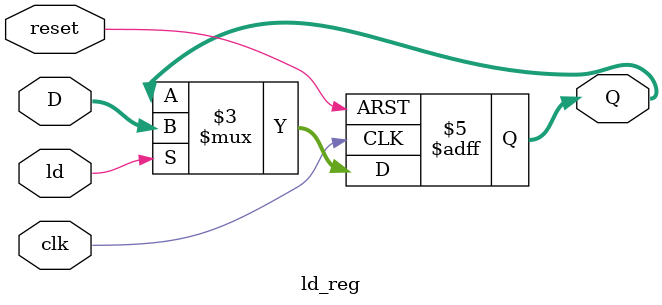
<source format=v>
`timescale 1ns / 1ps
module ld_reg(clk, reset, D, Q, ld);
	
	// Input and Output declarations
	input             clk, reset, ld;
	input      [15:0] D;
	output reg [15:0] Q;
	
	// Sequential block for to read the load signal
	// When load is active, Q gets D, or else Q gets Q 
	always @(posedge clk, posedge reset)
		if(reset)
			Q <= 16'b0;
		else begin
			if(ld)
				Q <= D;
			else
				Q <= Q;
		end
endmodule

</source>
